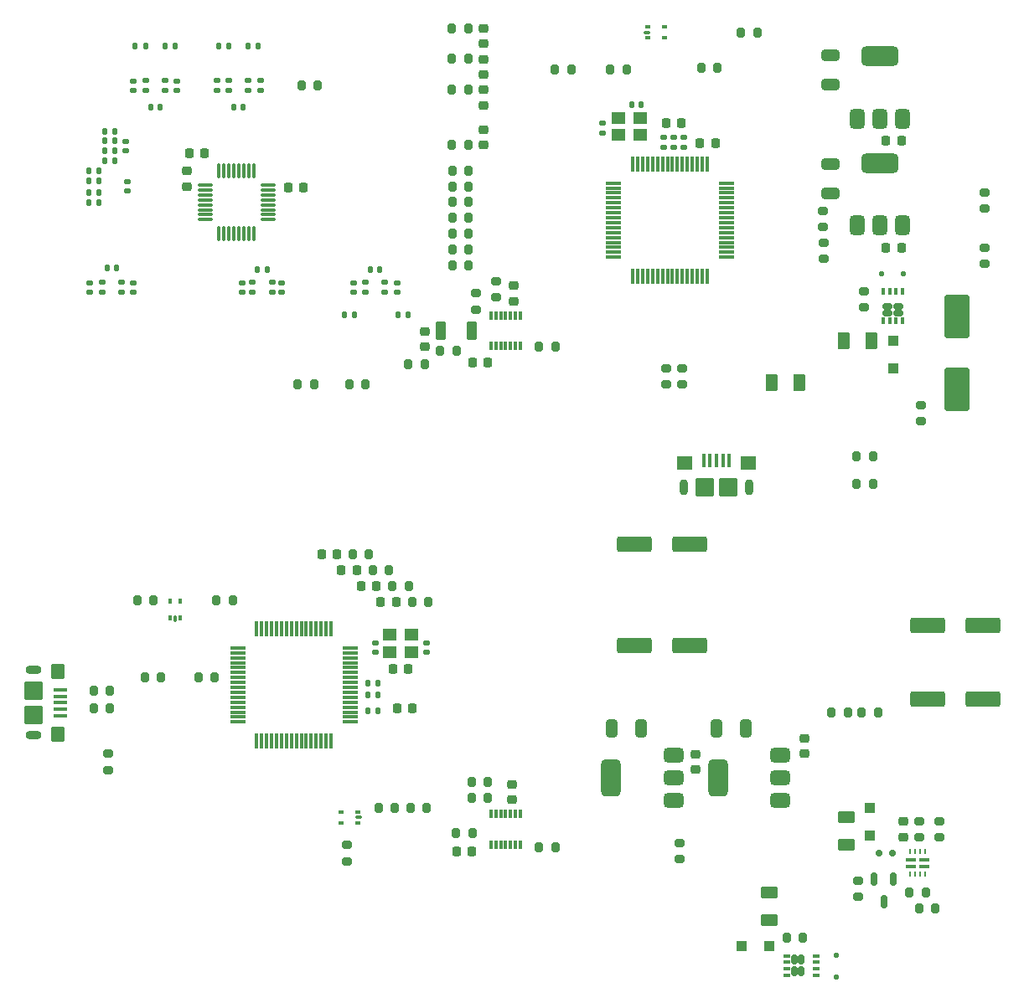
<source format=gbr>
%TF.GenerationSoftware,KiCad,Pcbnew,9.0.0*%
%TF.CreationDate,2025-05-15T12:13:46+12:00*%
%TF.ProjectId,,58585858-5858-4585-9858-585858585858,rev?*%
%TF.SameCoordinates,Original*%
%TF.FileFunction,Paste,Top*%
%TF.FilePolarity,Positive*%
%FSLAX46Y46*%
G04 Gerber Fmt 4.6, Leading zero omitted, Abs format (unit mm)*
G04 Created by KiCad (PCBNEW 9.0.0) date 2025-05-15 12:13:46*
%MOMM*%
%LPD*%
G01*
G04 APERTURE LIST*
G04 Aperture macros list*
%AMRoundRect*
0 Rectangle with rounded corners*
0 $1 Rounding radius*
0 $2 $3 $4 $5 $6 $7 $8 $9 X,Y pos of 4 corners*
0 Add a 4 corners polygon primitive as box body*
4,1,4,$2,$3,$4,$5,$6,$7,$8,$9,$2,$3,0*
0 Add four circle primitives for the rounded corners*
1,1,$1+$1,$2,$3*
1,1,$1+$1,$4,$5*
1,1,$1+$1,$6,$7*
1,1,$1+$1,$8,$9*
0 Add four rect primitives between the rounded corners*
20,1,$1+$1,$2,$3,$4,$5,0*
20,1,$1+$1,$4,$5,$6,$7,0*
20,1,$1+$1,$6,$7,$8,$9,0*
20,1,$1+$1,$8,$9,$2,$3,0*%
G04 Aperture macros list end*
%ADD10RoundRect,0.125000X0.125000X-0.125000X0.125000X0.125000X-0.125000X0.125000X-0.125000X-0.125000X0*%
%ADD11RoundRect,0.095000X0.155000X0.095000X-0.155000X0.095000X-0.155000X-0.095000X0.155000X-0.095000X0*%
%ADD12RoundRect,0.075000X0.250000X0.075000X-0.250000X0.075000X-0.250000X-0.075000X0.250000X-0.075000X0*%
%ADD13RoundRect,0.200000X0.200000X0.275000X-0.200000X0.275000X-0.200000X-0.275000X0.200000X-0.275000X0*%
%ADD14RoundRect,0.200000X0.275000X-0.200000X0.275000X0.200000X-0.275000X0.200000X-0.275000X-0.200000X0*%
%ADD15R,1.050000X0.399999*%
%ADD16R,0.200000X0.599999*%
%ADD17RoundRect,0.250000X1.500000X0.550000X-1.500000X0.550000X-1.500000X-0.550000X1.500000X-0.550000X0*%
%ADD18RoundRect,0.200000X-0.200000X-0.275000X0.200000X-0.275000X0.200000X0.275000X-0.200000X0.275000X0*%
%ADD19RoundRect,0.200000X-0.275000X0.200000X-0.275000X-0.200000X0.275000X-0.200000X0.275000X0.200000X0*%
%ADD20RoundRect,0.225000X0.225000X0.250000X-0.225000X0.250000X-0.225000X-0.250000X0.225000X-0.250000X0*%
%ADD21RoundRect,0.150000X0.150000X0.200000X-0.150000X0.200000X-0.150000X-0.200000X0.150000X-0.200000X0*%
%ADD22RoundRect,0.375000X0.625000X0.375000X-0.625000X0.375000X-0.625000X-0.375000X0.625000X-0.375000X0*%
%ADD23RoundRect,0.500000X0.500000X1.400000X-0.500000X1.400000X-0.500000X-1.400000X0.500000X-1.400000X0*%
%ADD24RoundRect,0.140000X0.170000X-0.140000X0.170000X0.140000X-0.170000X0.140000X-0.170000X-0.140000X0*%
%ADD25RoundRect,0.140000X-0.140000X-0.170000X0.140000X-0.170000X0.140000X0.170000X-0.140000X0.170000X0*%
%ADD26RoundRect,0.250000X-0.300000X0.300000X-0.300000X-0.300000X0.300000X-0.300000X0.300000X0.300000X0*%
%ADD27RoundRect,0.075000X0.700000X0.075000X-0.700000X0.075000X-0.700000X-0.075000X0.700000X-0.075000X0*%
%ADD28RoundRect,0.075000X0.075000X0.700000X-0.075000X0.700000X-0.075000X-0.700000X0.075000X-0.700000X0*%
%ADD29RoundRect,0.250000X-0.300000X-0.300000X0.300000X-0.300000X0.300000X0.300000X-0.300000X0.300000X0*%
%ADD30RoundRect,0.225000X-0.225000X-0.250000X0.225000X-0.250000X0.225000X0.250000X-0.225000X0.250000X0*%
%ADD31RoundRect,0.225000X0.250000X-0.225000X0.250000X0.225000X-0.250000X0.225000X-0.250000X-0.225000X0*%
%ADD32RoundRect,0.250000X-0.325000X-0.650000X0.325000X-0.650000X0.325000X0.650000X-0.325000X0.650000X0*%
%ADD33RoundRect,0.250000X0.625000X-0.375000X0.625000X0.375000X-0.625000X0.375000X-0.625000X-0.375000X0*%
%ADD34RoundRect,0.250000X-1.500000X-0.550000X1.500000X-0.550000X1.500000X0.550000X-1.500000X0.550000X0*%
%ADD35RoundRect,0.225000X-0.250000X0.225000X-0.250000X-0.225000X0.250000X-0.225000X0.250000X0.225000X0*%
%ADD36RoundRect,0.140000X-0.170000X0.140000X-0.170000X-0.140000X0.170000X-0.140000X0.170000X0.140000X0*%
%ADD37RoundRect,0.150000X-0.150000X0.512500X-0.150000X-0.512500X0.150000X-0.512500X0.150000X0.512500X0*%
%ADD38RoundRect,0.100000X-0.575000X0.100000X-0.575000X-0.100000X0.575000X-0.100000X0.575000X0.100000X0*%
%ADD39O,1.600000X0.900000*%
%ADD40RoundRect,0.250000X-0.450000X0.550000X-0.450000X-0.550000X0.450000X-0.550000X0.450000X0.550000X0*%
%ADD41RoundRect,0.250000X-0.700000X0.700000X-0.700000X-0.700000X0.700000X-0.700000X0.700000X0.700000X0*%
%ADD42RoundRect,0.095000X0.095000X-0.155000X0.095000X0.155000X-0.095000X0.155000X-0.095000X-0.155000X0*%
%ADD43RoundRect,0.075000X0.075000X-0.250000X0.075000X0.250000X-0.075000X0.250000X-0.075000X-0.250000X0*%
%ADD44R,1.400000X1.200000*%
%ADD45RoundRect,0.150000X0.150000X0.350000X-0.150000X0.350000X-0.150000X-0.350000X0.150000X-0.350000X0*%
%ADD46RoundRect,0.105000X0.245000X0.105000X-0.245000X0.105000X-0.245000X-0.105000X0.245000X-0.105000X0*%
%ADD47R,0.304800X0.972299*%
%ADD48RoundRect,0.125000X0.125000X0.125000X-0.125000X0.125000X-0.125000X-0.125000X0.125000X-0.125000X0*%
%ADD49RoundRect,0.135000X0.135000X0.185000X-0.135000X0.185000X-0.135000X-0.185000X0.135000X-0.185000X0*%
%ADD50RoundRect,0.375000X0.375000X-0.625000X0.375000X0.625000X-0.375000X0.625000X-0.375000X-0.625000X0*%
%ADD51RoundRect,0.500000X1.400000X-0.500000X1.400000X0.500000X-1.400000X0.500000X-1.400000X-0.500000X0*%
%ADD52RoundRect,0.135000X-0.185000X0.135000X-0.185000X-0.135000X0.185000X-0.135000X0.185000X0.135000X0*%
%ADD53RoundRect,0.140000X0.140000X0.170000X-0.140000X0.170000X-0.140000X-0.170000X0.140000X-0.170000X0*%
%ADD54RoundRect,0.250000X-0.650000X0.325000X-0.650000X-0.325000X0.650000X-0.325000X0.650000X0.325000X0*%
%ADD55RoundRect,0.095000X-0.155000X-0.095000X0.155000X-0.095000X0.155000X0.095000X-0.155000X0.095000X0*%
%ADD56RoundRect,0.075000X-0.250000X-0.075000X0.250000X-0.075000X0.250000X0.075000X-0.250000X0.075000X0*%
%ADD57RoundRect,0.100000X-0.100000X-0.575000X0.100000X-0.575000X0.100000X0.575000X-0.100000X0.575000X0*%
%ADD58O,0.900000X1.600000*%
%ADD59RoundRect,0.250000X-0.550000X-0.450000X0.550000X-0.450000X0.550000X0.450000X-0.550000X0.450000X0*%
%ADD60RoundRect,0.250000X-0.700000X-0.700000X0.700000X-0.700000X0.700000X0.700000X-0.700000X0.700000X0*%
%ADD61RoundRect,0.135000X-0.135000X-0.185000X0.135000X-0.185000X0.135000X0.185000X-0.135000X0.185000X0*%
%ADD62RoundRect,0.250000X0.300000X-0.300000X0.300000X0.300000X-0.300000X0.300000X-0.300000X-0.300000X0*%
%ADD63RoundRect,0.250000X-0.375000X-0.625000X0.375000X-0.625000X0.375000X0.625000X-0.375000X0.625000X0*%
%ADD64RoundRect,0.150000X-0.350000X0.150000X-0.350000X-0.150000X0.350000X-0.150000X0.350000X0.150000X0*%
%ADD65RoundRect,0.105000X-0.105000X0.245000X-0.105000X-0.245000X0.105000X-0.245000X0.105000X0.245000X0*%
%ADD66RoundRect,0.135000X0.185000X-0.135000X0.185000X0.135000X-0.185000X0.135000X-0.185000X-0.135000X0*%
%ADD67RoundRect,0.075000X-0.075000X0.700000X-0.075000X-0.700000X0.075000X-0.700000X0.075000X0.700000X0*%
%ADD68RoundRect,0.075000X-0.700000X0.075000X-0.700000X-0.075000X0.700000X-0.075000X0.700000X0.075000X0*%
%ADD69RoundRect,0.250000X0.375000X0.625000X-0.375000X0.625000X-0.375000X-0.625000X0.375000X-0.625000X0*%
%ADD70RoundRect,0.250000X-1.000000X1.950000X-1.000000X-1.950000X1.000000X-1.950000X1.000000X1.950000X0*%
%ADD71RoundRect,0.075000X0.075000X-0.675000X0.075000X0.675000X-0.075000X0.675000X-0.075000X-0.675000X0*%
%ADD72RoundRect,0.075000X0.675000X-0.075000X0.675000X0.075000X-0.675000X0.075000X-0.675000X-0.075000X0*%
%ADD73RoundRect,0.250000X0.275000X0.700000X-0.275000X0.700000X-0.275000X-0.700000X0.275000X-0.700000X0*%
G04 APERTURE END LIST*
D10*
%TO.C,D6*%
X177121320Y-145021320D03*
X177121320Y-142821320D03*
%TD*%
D11*
%TO.C,D4*%
X128771320Y-129461320D03*
D12*
X128851320Y-128921320D03*
D11*
X128771320Y-128381320D03*
X127071320Y-128381320D03*
X127071320Y-129461320D03*
%TD*%
D13*
%TO.C,R25*%
X186146320Y-136521320D03*
X184496320Y-136521320D03*
%TD*%
D14*
%TO.C,R22*%
X185521320Y-130946320D03*
X185521320Y-129296320D03*
%TD*%
D13*
%TO.C,R5*%
X116146320Y-106921320D03*
X114496320Y-106921320D03*
%TD*%
D15*
%TO.C,U5*%
X184646320Y-133196322D03*
X184646320Y-133896321D03*
D16*
X184571319Y-134671320D03*
X185071320Y-134671320D03*
X185571320Y-134671320D03*
X186071321Y-134671320D03*
D15*
X185996320Y-133896321D03*
X185996320Y-133196322D03*
D16*
X186071321Y-132371322D03*
X185571320Y-132371322D03*
X185071320Y-132371322D03*
X184571319Y-132371322D03*
%TD*%
D17*
%TO.C,C22*%
X162321320Y-101321320D03*
X156721320Y-101321320D03*
%TD*%
D18*
%TO.C,R29*%
X112696320Y-114721320D03*
X114346320Y-114721320D03*
%TD*%
D19*
%TO.C,R23*%
X187521320Y-129296320D03*
X187521320Y-130946320D03*
%TD*%
D20*
%TO.C,C20*%
X126696320Y-102321320D03*
X125146320Y-102321320D03*
%TD*%
D21*
%TO.C,D8*%
X181421320Y-132521320D03*
X182821320Y-132521320D03*
%TD*%
D22*
%TO.C,U3*%
X160671320Y-127221320D03*
X160671320Y-124921320D03*
D23*
X154371320Y-124921320D03*
D22*
X160671320Y-122621320D03*
%TD*%
D20*
%TO.C,C8*%
X140296320Y-132321320D03*
X138746320Y-132321320D03*
%TD*%
D14*
%TO.C,R26*%
X179321320Y-136946320D03*
X179321320Y-135296320D03*
%TD*%
D13*
%TO.C,R17*%
X181346320Y-118321320D03*
X179696320Y-118321320D03*
%TD*%
%TO.C,R21*%
X129921320Y-102321320D03*
X128271320Y-102321320D03*
%TD*%
D24*
%TO.C,C6*%
X130521320Y-112201320D03*
X130521320Y-111241320D03*
%TD*%
D25*
%TO.C,C2*%
X129841320Y-118121320D03*
X130801320Y-118121320D03*
%TD*%
D26*
%TO.C,D10*%
X180521320Y-127921320D03*
X180521320Y-130721320D03*
%TD*%
D27*
%TO.C,U1*%
X127996320Y-119271320D03*
X127996320Y-118771320D03*
X127996320Y-118271320D03*
X127996320Y-117771320D03*
X127996320Y-117271320D03*
X127996320Y-116771320D03*
X127996320Y-116271320D03*
X127996320Y-115771320D03*
X127996320Y-115271320D03*
X127996320Y-114771320D03*
X127996320Y-114271320D03*
X127996320Y-113771320D03*
X127996320Y-113271320D03*
X127996320Y-112771320D03*
X127996320Y-112271320D03*
X127996320Y-111771320D03*
D28*
X126071320Y-109846320D03*
X125571320Y-109846320D03*
X125071320Y-109846320D03*
X124571320Y-109846320D03*
X124071320Y-109846320D03*
X123571320Y-109846320D03*
X123071320Y-109846320D03*
X122571320Y-109846320D03*
X122071320Y-109846320D03*
X121571320Y-109846320D03*
X121071320Y-109846320D03*
X120571320Y-109846320D03*
X120071320Y-109846320D03*
X119571320Y-109846320D03*
X119071320Y-109846320D03*
X118571320Y-109846320D03*
D27*
X116646320Y-111771320D03*
X116646320Y-112271320D03*
X116646320Y-112771320D03*
X116646320Y-113271320D03*
X116646320Y-113771320D03*
X116646320Y-114271320D03*
X116646320Y-114771320D03*
X116646320Y-115271320D03*
X116646320Y-115771320D03*
X116646320Y-116271320D03*
X116646320Y-116771320D03*
X116646320Y-117271320D03*
X116646320Y-117771320D03*
X116646320Y-118271320D03*
X116646320Y-118771320D03*
X116646320Y-119271320D03*
D28*
X118571320Y-121196320D03*
X119071320Y-121196320D03*
X119571320Y-121196320D03*
X120071320Y-121196320D03*
X120571320Y-121196320D03*
X121071320Y-121196320D03*
X121571320Y-121196320D03*
X122071320Y-121196320D03*
X122571320Y-121196320D03*
X123071320Y-121196320D03*
X123571320Y-121196320D03*
X124071320Y-121196320D03*
X124571320Y-121196320D03*
X125071320Y-121196320D03*
X125571320Y-121196320D03*
X126071320Y-121196320D03*
%TD*%
D29*
%TO.C,D7*%
X167521320Y-141921320D03*
X170321320Y-141921320D03*
%TD*%
D18*
%TO.C,R12*%
X140296320Y-125321320D03*
X141946320Y-125321320D03*
%TD*%
D17*
%TO.C,C21*%
X162321320Y-111521320D03*
X156721320Y-111521320D03*
%TD*%
D18*
%TO.C,R4*%
X106496320Y-106921320D03*
X108146320Y-106921320D03*
%TD*%
D30*
%TO.C,C4*%
X132746320Y-117921320D03*
X134296320Y-117921320D03*
%TD*%
D13*
%TO.C,R24*%
X187146320Y-138121320D03*
X185496320Y-138121320D03*
%TD*%
D20*
%TO.C,C16*%
X132646320Y-107121320D03*
X131096320Y-107121320D03*
%TD*%
D13*
%TO.C,R8*%
X103746320Y-117921320D03*
X102096320Y-117921320D03*
%TD*%
D31*
%TO.C,C14*%
X173921320Y-122496320D03*
X173921320Y-120946320D03*
%TD*%
D20*
%TO.C,C10*%
X130671320Y-105521320D03*
X129121320Y-105521320D03*
%TD*%
D32*
%TO.C,C13*%
X165046320Y-119921320D03*
X167996320Y-119921320D03*
%TD*%
D25*
%TO.C,C1*%
X129841320Y-115321320D03*
X130801320Y-115321320D03*
%TD*%
D19*
%TO.C,R9*%
X161321320Y-131496320D03*
X161321320Y-133146320D03*
%TD*%
D31*
%TO.C,C23*%
X183921320Y-130896320D03*
X183921320Y-129346320D03*
%TD*%
D19*
%TO.C,R11*%
X127721320Y-131696320D03*
X127721320Y-133346320D03*
%TD*%
D33*
%TO.C,F1*%
X170321320Y-139321320D03*
X170321320Y-136521320D03*
%TD*%
D18*
%TO.C,R10*%
X147096320Y-131921320D03*
X148746320Y-131921320D03*
%TD*%
D32*
%TO.C,C11*%
X154446320Y-119921320D03*
X157396320Y-119921320D03*
%TD*%
D13*
%TO.C,R19*%
X178276320Y-118321320D03*
X176626320Y-118321320D03*
%TD*%
%TO.C,R15*%
X133921320Y-105521320D03*
X132271320Y-105521320D03*
%TD*%
%TO.C,R6*%
X132546320Y-127921320D03*
X130896320Y-127921320D03*
%TD*%
%TO.C,R28*%
X135746320Y-127921320D03*
X134096320Y-127921320D03*
%TD*%
%TO.C,R16*%
X135896320Y-107121320D03*
X134246320Y-107121320D03*
%TD*%
D31*
%TO.C,C9*%
X144321320Y-127121320D03*
X144321320Y-125571320D03*
%TD*%
D34*
%TO.C,C17*%
X186321320Y-109521320D03*
X191921320Y-109521320D03*
%TD*%
D35*
%TO.C,C12*%
X162921320Y-122546320D03*
X162921320Y-124096320D03*
%TD*%
D36*
%TO.C,C7*%
X135721320Y-111241320D03*
X135721320Y-112201320D03*
%TD*%
D18*
%TO.C,R30*%
X107271320Y-114721320D03*
X108921320Y-114721320D03*
%TD*%
D30*
%TO.C,C3*%
X132346320Y-113921320D03*
X133896320Y-113921320D03*
%TD*%
D13*
%TO.C,R20*%
X131921320Y-103921320D03*
X130271320Y-103921320D03*
%TD*%
D18*
%TO.C,R13*%
X140296320Y-126921320D03*
X141946320Y-126921320D03*
%TD*%
D33*
%TO.C,F2*%
X178121320Y-131721320D03*
X178121320Y-128921320D03*
%TD*%
D22*
%TO.C,U4*%
X171471320Y-127221320D03*
X171471320Y-124921320D03*
D23*
X165171320Y-124921320D03*
D22*
X171471320Y-122621320D03*
%TD*%
D13*
%TO.C,R14*%
X140346320Y-130521320D03*
X138696320Y-130521320D03*
%TD*%
D37*
%TO.C,D9*%
X182871320Y-135183820D03*
X180971320Y-135183820D03*
X181921320Y-137458820D03*
%TD*%
D34*
%TO.C,C15*%
X186321320Y-116921320D03*
X191921320Y-116921320D03*
%TD*%
D38*
%TO.C,J4*%
X98721320Y-116021320D03*
X98721320Y-116671320D03*
X98721320Y-117321320D03*
X98721320Y-117971320D03*
X98721320Y-118621320D03*
D39*
X96046320Y-114021320D03*
D40*
X98496320Y-114121320D03*
D41*
X96046320Y-116121320D03*
X96046320Y-118521320D03*
D40*
X98496320Y-120521320D03*
D39*
X96046320Y-120621320D03*
%TD*%
D42*
%TO.C,D5*%
X109781320Y-108771320D03*
D43*
X110321320Y-108851320D03*
D42*
X110861320Y-108771320D03*
X110861320Y-107071320D03*
X109781320Y-107071320D03*
%TD*%
D44*
%TO.C,Y1*%
X132021320Y-112171320D03*
X134221320Y-112171320D03*
X134221320Y-110471320D03*
X132021320Y-110471320D03*
%TD*%
D45*
%TO.C,Q1*%
X173601320Y-144451320D03*
X173601320Y-143321320D03*
X172891320Y-144451320D03*
X172891320Y-143321320D03*
D46*
X172121320Y-144861320D03*
X172121320Y-144211320D03*
X172121320Y-143561320D03*
X172121320Y-142911320D03*
X175121320Y-144861320D03*
X175121320Y-144211320D03*
X175121320Y-143561320D03*
X175121320Y-142911320D03*
%TD*%
D47*
%TO.C,U2*%
X145221698Y-128581069D03*
X144721572Y-128581069D03*
X144221446Y-128581069D03*
X143721320Y-128581069D03*
X143221194Y-128581069D03*
X142721068Y-128581069D03*
X142220942Y-128581069D03*
X142220942Y-131661571D03*
X142721068Y-131661571D03*
X143221194Y-131661571D03*
X143721320Y-131661571D03*
X144221446Y-131661571D03*
X144721572Y-131661571D03*
X145221698Y-131661571D03*
%TD*%
D13*
%TO.C,R7*%
X103746320Y-116121320D03*
X102096320Y-116121320D03*
%TD*%
D19*
%TO.C,R27*%
X103521320Y-122496320D03*
X103521320Y-124146320D03*
%TD*%
D25*
%TO.C,C5*%
X129841320Y-116521320D03*
X130801320Y-116521320D03*
%TD*%
D13*
%TO.C,R18*%
X173746320Y-141121320D03*
X172096320Y-141121320D03*
%TD*%
D20*
%TO.C,C19*%
X128671320Y-103921320D03*
X127121320Y-103921320D03*
%TD*%
D48*
%TO.C,D3*%
X183921320Y-73921320D03*
X181721320Y-73921320D03*
%TD*%
D24*
%TO.C,C5*%
X161721320Y-61121320D03*
X161721320Y-60161320D03*
%TD*%
D49*
%TO.C,R36*%
X133831320Y-78121320D03*
X132811320Y-78121320D03*
%TD*%
D50*
%TO.C,U3*%
X179221320Y-58271320D03*
X181521320Y-58271320D03*
D51*
X181521320Y-51971320D03*
D50*
X183821320Y-58271320D03*
%TD*%
D31*
%TO.C,C9*%
X144521320Y-76696320D03*
X144521320Y-75146320D03*
%TD*%
D52*
%TO.C,R38*%
X129521320Y-74811320D03*
X129521320Y-75831320D03*
%TD*%
D30*
%TO.C,C4*%
X163346320Y-60721320D03*
X164896320Y-60721320D03*
%TD*%
D53*
%TO.C,C26*%
X119601320Y-73521320D03*
X118641320Y-73521320D03*
%TD*%
D18*
%TO.C,R46*%
X123096320Y-54921320D03*
X124746320Y-54921320D03*
%TD*%
D52*
%TO.C,R25*%
X120121320Y-74811320D03*
X120121320Y-75831320D03*
%TD*%
D19*
%TO.C,R16*%
X179921320Y-75696320D03*
X179921320Y-77346320D03*
%TD*%
D52*
%TO.C,R28*%
X118121320Y-74811320D03*
X118121320Y-75831320D03*
%TD*%
D13*
%TO.C,R18*%
X135546320Y-83121320D03*
X133896320Y-83121320D03*
%TD*%
%TO.C,R55*%
X165146320Y-53121320D03*
X163496320Y-53121320D03*
%TD*%
D54*
%TO.C,C10*%
X176521320Y-51846320D03*
X176521320Y-54796320D03*
%TD*%
D55*
%TO.C,D2*%
X158071320Y-48981320D03*
D56*
X157991320Y-49521320D03*
D55*
X158071320Y-50061320D03*
X159771320Y-50061320D03*
X159771320Y-48981320D03*
%TD*%
D30*
%TO.C,C3*%
X159946320Y-58721320D03*
X161496320Y-58721320D03*
%TD*%
D25*
%TO.C,C24*%
X101641320Y-63521320D03*
X102601320Y-63521320D03*
%TD*%
D24*
%TO.C,C37*%
X106121320Y-55401320D03*
X106121320Y-54441320D03*
%TD*%
D36*
%TO.C,C39*%
X110521320Y-54441320D03*
X110521320Y-55401320D03*
%TD*%
D14*
%TO.C,R17*%
X175796320Y-69233820D03*
X175796320Y-67583820D03*
%TD*%
D24*
%TO.C,C2*%
X160721320Y-61121320D03*
X160721320Y-60161320D03*
%TD*%
%TO.C,C40*%
X114521320Y-55381320D03*
X114521320Y-54421320D03*
%TD*%
D31*
%TO.C,C17*%
X111521320Y-65096320D03*
X111521320Y-63546320D03*
%TD*%
D19*
%TO.C,R54*%
X192121320Y-65696320D03*
X192121320Y-67346320D03*
%TD*%
D57*
%TO.C,J4*%
X163721320Y-92846320D03*
X164371320Y-92846320D03*
X165021320Y-92846320D03*
X165671320Y-92846320D03*
X166321320Y-92846320D03*
D58*
X161721320Y-95521320D03*
D59*
X161821320Y-93071320D03*
D60*
X163821320Y-95521320D03*
X166221320Y-95521320D03*
D59*
X168221320Y-93071320D03*
D58*
X168321320Y-95521320D03*
%TD*%
D30*
%TO.C,C16*%
X121746320Y-65221320D03*
X123296320Y-65221320D03*
%TD*%
D14*
%TO.C,R51*%
X192121320Y-72946320D03*
X192121320Y-71296320D03*
%TD*%
D61*
%TO.C,R50*%
X117721320Y-50901320D03*
X118741320Y-50901320D03*
%TD*%
D19*
%TO.C,R4*%
X159921320Y-83496320D03*
X159921320Y-85146320D03*
%TD*%
D13*
%TO.C,R6*%
X129546320Y-85121320D03*
X127896320Y-85121320D03*
%TD*%
D18*
%TO.C,R56*%
X148721320Y-53321320D03*
X150371320Y-53321320D03*
%TD*%
D25*
%TO.C,C38*%
X107841320Y-57121320D03*
X108801320Y-57121320D03*
%TD*%
D62*
%TO.C,D4*%
X182921320Y-83521320D03*
X182921320Y-80721320D03*
%TD*%
D44*
%TO.C,Y1*%
X157321320Y-58221320D03*
X155121320Y-58221320D03*
X155121320Y-59921320D03*
X157321320Y-59921320D03*
%TD*%
D20*
%TO.C,C8*%
X141896320Y-82921320D03*
X140346320Y-82921320D03*
%TD*%
D63*
%TO.C,F2*%
X177921320Y-80721320D03*
X180721320Y-80721320D03*
%TD*%
D64*
%TO.C,Q1*%
X183411320Y-77241320D03*
X182281320Y-77241320D03*
X183411320Y-77951320D03*
X182281320Y-77951320D03*
D65*
X183821320Y-78721320D03*
X183171320Y-78721320D03*
X182521320Y-78721320D03*
X181871320Y-78721320D03*
X183821320Y-75721320D03*
X183171320Y-75721320D03*
X182521320Y-75721320D03*
X181871320Y-75721320D03*
%TD*%
D20*
%TO.C,C19*%
X113296320Y-61721320D03*
X111746320Y-61721320D03*
%TD*%
D24*
%TO.C,C23*%
X105521320Y-65601320D03*
X105521320Y-64641320D03*
%TD*%
D31*
%TO.C,C36*%
X141521320Y-60896320D03*
X141521320Y-59346320D03*
%TD*%
D18*
%TO.C,R15*%
X179196320Y-95221320D03*
X180846320Y-95221320D03*
%TD*%
D49*
%TO.C,R20*%
X104231320Y-60521320D03*
X103211320Y-60521320D03*
%TD*%
D50*
%TO.C,U4*%
X179221320Y-69071320D03*
X181521320Y-69071320D03*
D51*
X181521320Y-62771320D03*
D50*
X183821320Y-69071320D03*
%TD*%
D36*
%TO.C,C29*%
X106121320Y-74841320D03*
X106121320Y-75801320D03*
%TD*%
D13*
%TO.C,R48*%
X139946320Y-49121320D03*
X138296320Y-49121320D03*
%TD*%
%TO.C,R53*%
X155946320Y-53321320D03*
X154296320Y-53321320D03*
%TD*%
D66*
%TO.C,R49*%
X117721320Y-55411320D03*
X117721320Y-54391320D03*
%TD*%
D67*
%TO.C,U1*%
X164071320Y-62846320D03*
X163571320Y-62846320D03*
X163071320Y-62846320D03*
X162571320Y-62846320D03*
X162071320Y-62846320D03*
X161571320Y-62846320D03*
X161071320Y-62846320D03*
X160571320Y-62846320D03*
X160071320Y-62846320D03*
X159571320Y-62846320D03*
X159071320Y-62846320D03*
X158571320Y-62846320D03*
X158071320Y-62846320D03*
X157571320Y-62846320D03*
X157071320Y-62846320D03*
X156571320Y-62846320D03*
D68*
X154646320Y-64771320D03*
X154646320Y-65271320D03*
X154646320Y-65771320D03*
X154646320Y-66271320D03*
X154646320Y-66771320D03*
X154646320Y-67271320D03*
X154646320Y-67771320D03*
X154646320Y-68271320D03*
X154646320Y-68771320D03*
X154646320Y-69271320D03*
X154646320Y-69771320D03*
X154646320Y-70271320D03*
X154646320Y-70771320D03*
X154646320Y-71271320D03*
X154646320Y-71771320D03*
X154646320Y-72271320D03*
D67*
X156571320Y-74196320D03*
X157071320Y-74196320D03*
X157571320Y-74196320D03*
X158071320Y-74196320D03*
X158571320Y-74196320D03*
X159071320Y-74196320D03*
X159571320Y-74196320D03*
X160071320Y-74196320D03*
X160571320Y-74196320D03*
X161071320Y-74196320D03*
X161571320Y-74196320D03*
X162071320Y-74196320D03*
X162571320Y-74196320D03*
X163071320Y-74196320D03*
X163571320Y-74196320D03*
X164071320Y-74196320D03*
D68*
X165996320Y-72271320D03*
X165996320Y-71771320D03*
X165996320Y-71271320D03*
X165996320Y-70771320D03*
X165996320Y-70271320D03*
X165996320Y-69771320D03*
X165996320Y-69271320D03*
X165996320Y-68771320D03*
X165996320Y-68271320D03*
X165996320Y-67771320D03*
X165996320Y-67271320D03*
X165996320Y-66771320D03*
X165996320Y-66271320D03*
X165996320Y-65771320D03*
X165996320Y-65271320D03*
X165996320Y-64771320D03*
%TD*%
D24*
%TO.C,C27*%
X117121320Y-75801320D03*
X117121320Y-74841320D03*
%TD*%
D13*
%TO.C,R24*%
X139975639Y-71501838D03*
X138325639Y-71501838D03*
%TD*%
D61*
%TO.C,R45*%
X114701320Y-50901320D03*
X115721320Y-50901320D03*
%TD*%
D18*
%TO.C,R14*%
X179196320Y-92421320D03*
X180846320Y-92421320D03*
%TD*%
D69*
%TO.C,F1*%
X173421320Y-84921320D03*
X170621320Y-84921320D03*
%TD*%
D70*
%TO.C,C14*%
X189321320Y-78221320D03*
X189321320Y-85621320D03*
%TD*%
D66*
%TO.C,R47*%
X115721320Y-55411320D03*
X115721320Y-54391320D03*
%TD*%
D18*
%TO.C,R7*%
X147096320Y-81321320D03*
X148746320Y-81321320D03*
%TD*%
D13*
%TO.C,R27*%
X139975639Y-65101838D03*
X138325639Y-65101838D03*
%TD*%
D25*
%TO.C,C41*%
X116241320Y-57101320D03*
X117201320Y-57101320D03*
%TD*%
D18*
%TO.C,R8*%
X122721320Y-85121320D03*
X124371320Y-85121320D03*
%TD*%
D71*
%TO.C,U5*%
X114771320Y-69896320D03*
X115271320Y-69896320D03*
X115771320Y-69896320D03*
X116271320Y-69896320D03*
X116771320Y-69896320D03*
X117271320Y-69896320D03*
X117771320Y-69896320D03*
X118271320Y-69896320D03*
D72*
X119696320Y-68471320D03*
X119696320Y-67971320D03*
X119696320Y-67471320D03*
X119696320Y-66971320D03*
X119696320Y-66471320D03*
X119696320Y-65971320D03*
X119696320Y-65471320D03*
X119696320Y-64971320D03*
D71*
X118271320Y-63546320D03*
X117771320Y-63546320D03*
X117271320Y-63546320D03*
X116771320Y-63546320D03*
X116271320Y-63546320D03*
X115771320Y-63546320D03*
X115271320Y-63546320D03*
X114771320Y-63546320D03*
D72*
X113346320Y-64971320D03*
X113346320Y-65471320D03*
X113346320Y-65971320D03*
X113346320Y-66471320D03*
X113346320Y-66971320D03*
X113346320Y-67471320D03*
X113346320Y-67971320D03*
X113346320Y-68471320D03*
%TD*%
D13*
%TO.C,R30*%
X139975639Y-68301838D03*
X138325639Y-68301838D03*
%TD*%
D66*
%TO.C,R43*%
X109321320Y-55431320D03*
X109321320Y-54411320D03*
%TD*%
D52*
%TO.C,R31*%
X104921320Y-74811320D03*
X104921320Y-75831320D03*
%TD*%
D19*
%TO.C,R9*%
X142721320Y-74696320D03*
X142721320Y-76346320D03*
%TD*%
D54*
%TO.C,C12*%
X176521320Y-62846320D03*
X176521320Y-65796320D03*
%TD*%
D18*
%TO.C,R29*%
X138296320Y-52221320D03*
X139946320Y-52221320D03*
%TD*%
D36*
%TO.C,C25*%
X121121320Y-74841320D03*
X121121320Y-75801320D03*
%TD*%
D24*
%TO.C,C35*%
X128321320Y-75801320D03*
X128321320Y-74841320D03*
%TD*%
D47*
%TO.C,U2*%
X145221698Y-78181069D03*
X144721572Y-78181069D03*
X144221446Y-78181069D03*
X143721320Y-78181069D03*
X143221194Y-78181069D03*
X142721068Y-78181069D03*
X142220942Y-78181069D03*
X142220942Y-81261571D03*
X142721068Y-81261571D03*
X143221194Y-81261571D03*
X143721320Y-81261571D03*
X144221446Y-81261571D03*
X144721572Y-81261571D03*
X145221698Y-81261571D03*
%TD*%
D19*
%TO.C,R10*%
X140721320Y-75896320D03*
X140721320Y-77546320D03*
%TD*%
D53*
%TO.C,C18*%
X104201320Y-62521320D03*
X103241320Y-62521320D03*
%TD*%
D52*
%TO.C,R37*%
X131521320Y-74811320D03*
X131521320Y-75831320D03*
%TD*%
D20*
%TO.C,C11*%
X183696320Y-60521320D03*
X182146320Y-60521320D03*
%TD*%
D35*
%TO.C,C43*%
X141521320Y-49146320D03*
X141521320Y-50696320D03*
%TD*%
D66*
%TO.C,R42*%
X107321320Y-55431320D03*
X107321320Y-54411320D03*
%TD*%
D73*
%TO.C,FB1*%
X140296320Y-79721320D03*
X137146320Y-79721320D03*
%TD*%
D35*
%TO.C,C32*%
X141521320Y-55346320D03*
X141521320Y-56896320D03*
%TD*%
D25*
%TO.C,C21*%
X103241320Y-59521320D03*
X104201320Y-59521320D03*
%TD*%
D13*
%TO.C,R11*%
X138746320Y-81721320D03*
X137096320Y-81721320D03*
%TD*%
D49*
%TO.C,R19*%
X104231320Y-61521320D03*
X103211320Y-61521320D03*
%TD*%
D19*
%TO.C,R13*%
X185721320Y-87196320D03*
X185721320Y-88846320D03*
%TD*%
D18*
%TO.C,R40*%
X138296320Y-60921320D03*
X139946320Y-60921320D03*
%TD*%
D53*
%TO.C,C34*%
X131001320Y-73521320D03*
X130041320Y-73521320D03*
%TD*%
D14*
%TO.C,R12*%
X175821320Y-72433820D03*
X175821320Y-70783820D03*
%TD*%
D24*
%TO.C,C31*%
X101721320Y-75801320D03*
X101721320Y-74841320D03*
%TD*%
D36*
%TO.C,C33*%
X132721320Y-74841320D03*
X132721320Y-75801320D03*
%TD*%
D35*
%TO.C,C15*%
X135521320Y-79746320D03*
X135521320Y-81296320D03*
%TD*%
D13*
%TO.C,R52*%
X169146320Y-49521320D03*
X167496320Y-49521320D03*
%TD*%
D52*
%TO.C,R34*%
X102921320Y-74811320D03*
X102921320Y-75831320D03*
%TD*%
D13*
%TO.C,R33*%
X139975639Y-69901838D03*
X138325639Y-69901838D03*
%TD*%
D53*
%TO.C,C6*%
X157401320Y-56821320D03*
X156441320Y-56821320D03*
%TD*%
D13*
%TO.C,R32*%
X139975639Y-63501838D03*
X138325639Y-63501838D03*
%TD*%
D61*
%TO.C,R44*%
X109321320Y-50921320D03*
X110341320Y-50921320D03*
%TD*%
D49*
%TO.C,R21*%
X102631320Y-65721320D03*
X101611320Y-65721320D03*
%TD*%
D35*
%TO.C,C28*%
X141521320Y-52271320D03*
X141521320Y-53821320D03*
%TD*%
D49*
%TO.C,R23*%
X102631320Y-64521320D03*
X101611320Y-64521320D03*
%TD*%
D13*
%TO.C,R22*%
X139975639Y-73101838D03*
X138325639Y-73101838D03*
%TD*%
D49*
%TO.C,R39*%
X128431320Y-78121320D03*
X127411320Y-78121320D03*
%TD*%
D61*
%TO.C,R41*%
X106301320Y-50921320D03*
X107321320Y-50921320D03*
%TD*%
D53*
%TO.C,C30*%
X104401320Y-73321320D03*
X103441320Y-73321320D03*
%TD*%
D24*
%TO.C,C7*%
X153521320Y-59701320D03*
X153521320Y-58741320D03*
%TD*%
D53*
%TO.C,C22*%
X102601320Y-66721320D03*
X101641320Y-66721320D03*
%TD*%
D24*
%TO.C,C1*%
X159721320Y-61121320D03*
X159721320Y-60161320D03*
%TD*%
D19*
%TO.C,R5*%
X161521320Y-83496320D03*
X161521320Y-85146320D03*
%TD*%
D36*
%TO.C,C42*%
X118921320Y-54421320D03*
X118921320Y-55381320D03*
%TD*%
D13*
%TO.C,R26*%
X139975639Y-66701838D03*
X138325639Y-66701838D03*
%TD*%
D24*
%TO.C,C20*%
X105321320Y-61501320D03*
X105321320Y-60541320D03*
%TD*%
D20*
%TO.C,C13*%
X183696320Y-71321320D03*
X182146320Y-71321320D03*
%TD*%
D18*
%TO.C,R35*%
X138296320Y-55321320D03*
X139946320Y-55321320D03*
%TD*%
M02*

</source>
